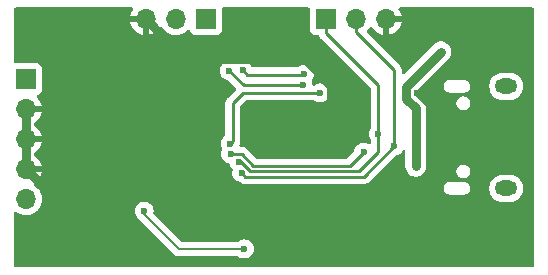
<source format=gbl>
%TF.GenerationSoftware,KiCad,Pcbnew,8.0.4*%
%TF.CreationDate,2025-01-04T18:23:54+00:00*%
%TF.ProjectId,ap3372s_usbpd,61703333-3732-4735-9f75-736270642e6b,rev?*%
%TF.SameCoordinates,Original*%
%TF.FileFunction,Copper,L2,Bot*%
%TF.FilePolarity,Positive*%
%FSLAX46Y46*%
G04 Gerber Fmt 4.6, Leading zero omitted, Abs format (unit mm)*
G04 Created by KiCad (PCBNEW 8.0.4) date 2025-01-04 18:23:54*
%MOMM*%
%LPD*%
G01*
G04 APERTURE LIST*
%TA.AperFunction,ComponentPad*%
%ADD10R,1.700000X1.700000*%
%TD*%
%TA.AperFunction,ComponentPad*%
%ADD11O,1.700000X1.700000*%
%TD*%
%TA.AperFunction,HeatsinkPad*%
%ADD12R,2.600000X2.600000*%
%TD*%
%TA.AperFunction,ComponentPad*%
%ADD13O,1.900000X1.300000*%
%TD*%
%TA.AperFunction,ViaPad*%
%ADD14C,0.600000*%
%TD*%
%TA.AperFunction,Conductor*%
%ADD15C,0.500000*%
%TD*%
%TA.AperFunction,Conductor*%
%ADD16C,0.750000*%
%TD*%
%TA.AperFunction,Conductor*%
%ADD17C,0.250000*%
%TD*%
%TA.AperFunction,Conductor*%
%ADD18C,0.200000*%
%TD*%
G04 APERTURE END LIST*
D10*
%TO.P,J11,1,Pin_1*%
%TO.N,/VOUT*%
X51500000Y-57080000D03*
D11*
%TO.P,J11,2,Pin_2*%
%TO.N,GND2*%
X51500000Y-59620000D03*
%TO.P,J11,3,Pin_3*%
X51500000Y-62160000D03*
%TO.P,J11,4,Pin_4*%
X51500000Y-64700000D03*
%TO.P,J11,5,Pin_5*%
%TO.N,/VOUT*%
X51500000Y-67240000D03*
%TD*%
D10*
%TO.P,J10,1,Pin_1*%
%TO.N,/SDA'*%
X66720000Y-52000000D03*
D11*
%TO.P,J10,2,Pin_2*%
%TO.N,/SCL'*%
X64180000Y-52000000D03*
%TO.P,J10,3,Pin_3*%
%TO.N,GND2*%
X61640000Y-52000000D03*
%TD*%
D10*
%TO.P,J9,1,Pin_1*%
%TO.N,/DN*%
X76880000Y-52000000D03*
D11*
%TO.P,J9,2,Pin_2*%
%TO.N,/DP*%
X79420000Y-52000000D03*
%TO.P,J9,3,Pin_3*%
%TO.N,GND2*%
X81960000Y-52000000D03*
%TD*%
D12*
%TO.P,U2,25,EP*%
%TO.N,GND2*%
X72500000Y-62000000D03*
%TD*%
D13*
%TO.P,J8,S1,SHIELD*%
%TO.N,unconnected-(J8-SHIELD-PadS1)_1*%
X92163500Y-66320000D03*
%TO.N,unconnected-(J8-SHIELD-PadS1)*%
X92163500Y-57680000D03*
%TD*%
D14*
%TO.N,GND2*%
X63720000Y-63150000D03*
X84595000Y-58285000D03*
X59830000Y-67650000D03*
X74180000Y-66460000D03*
X63730000Y-60340000D03*
X79190000Y-66460000D03*
X75000000Y-55300000D03*
X86840000Y-68130000D03*
X77010000Y-62060000D03*
X55010000Y-67420000D03*
X63730000Y-57570000D03*
X82590000Y-69050000D03*
%TO.N,Net-(J8-CC1)*%
X68820000Y-63410000D03*
X80080000Y-63260000D03*
%TO.N,/DN*%
X69500000Y-64050000D03*
X81330000Y-61730000D03*
%TO.N,/DP*%
X69760000Y-65010000D03*
X82670000Y-62750000D03*
%TO.N,Net-(J8-CC2)*%
X68780000Y-62530000D03*
X76420000Y-58240000D03*
%TO.N,/VBUS*%
X86610000Y-54760000D03*
X84500000Y-59550000D03*
X84500000Y-64460000D03*
%TO.N,/SCL'*%
X68690000Y-56350000D03*
X74940000Y-57550000D03*
%TO.N,/SDA'*%
X69830000Y-56300000D03*
X75055926Y-56664074D03*
%TO.N,/G*%
X61500000Y-68240000D03*
X69990000Y-71450000D03*
%TD*%
D15*
%TO.N,GND2*%
X84595000Y-58285000D02*
X86383500Y-60073500D01*
D16*
X63730000Y-54090000D02*
X61640000Y-52000000D01*
X54220000Y-67420000D02*
X51500000Y-64700000D01*
X77345000Y-57645000D02*
X75000000Y-55300000D01*
D15*
X86840000Y-68130000D02*
X83510000Y-68130000D01*
D16*
X63720000Y-60350000D02*
X63730000Y-60340000D01*
X63730000Y-57570000D02*
X63730000Y-55350000D01*
X61020000Y-66460000D02*
X59830000Y-67650000D01*
X79190000Y-66460000D02*
X74180000Y-66460000D01*
X63730000Y-55350000D02*
X74950000Y-55350000D01*
X55240000Y-67650000D02*
X55010000Y-67420000D01*
X82590000Y-69050000D02*
X80000000Y-66460000D01*
X59830000Y-67650000D02*
X55240000Y-67650000D01*
X61020000Y-65850000D02*
X63720000Y-63150000D01*
X63720000Y-63150000D02*
X63720000Y-60350000D01*
X77345000Y-61725000D02*
X77345000Y-57645000D01*
D15*
X83510000Y-68130000D02*
X82590000Y-69050000D01*
X86383500Y-67673500D02*
X86840000Y-68130000D01*
D16*
X63730000Y-60340000D02*
X63730000Y-57570000D01*
X61020000Y-66460000D02*
X61020000Y-65850000D01*
X55010000Y-67420000D02*
X54220000Y-67420000D01*
X51500000Y-64700000D02*
X51500000Y-59620000D01*
X80000000Y-66460000D02*
X79190000Y-66460000D01*
X77010000Y-62060000D02*
X77345000Y-61725000D01*
X63730000Y-55350000D02*
X63730000Y-54090000D01*
D15*
X86383500Y-60073500D02*
X86383500Y-67673500D01*
D16*
X74950000Y-55350000D02*
X75000000Y-55300000D01*
X72560000Y-62060000D02*
X72500000Y-62000000D01*
X77010000Y-62060000D02*
X72560000Y-62060000D01*
X74180000Y-66460000D02*
X61020000Y-66460000D01*
D17*
%TO.N,Net-(J8-CC1)*%
X78920000Y-64420000D02*
X80080000Y-63260000D01*
X69743884Y-63410000D02*
X70753884Y-64420000D01*
X68820000Y-63410000D02*
X69743884Y-63410000D01*
X70753884Y-64420000D02*
X78920000Y-64420000D01*
%TO.N,/DN*%
X79666116Y-64870000D02*
X70503884Y-64870000D01*
X76880000Y-53150000D02*
X76880000Y-52000000D01*
X81330000Y-57600000D02*
X76880000Y-53150000D01*
X81330000Y-61730000D02*
X81330000Y-57600000D01*
X81330000Y-61730000D02*
X81330000Y-63206116D01*
X70503884Y-64870000D02*
X69683884Y-64050000D01*
X81330000Y-63206116D02*
X79666116Y-64870000D01*
X69683884Y-64050000D02*
X69500000Y-64050000D01*
%TO.N,/DP*%
X69760000Y-65010000D02*
X70070000Y-65320000D01*
X70070000Y-65320000D02*
X80100000Y-65320000D01*
X79420000Y-53050000D02*
X79420000Y-52000000D01*
X82670000Y-62750000D02*
X82670000Y-56300000D01*
X82670000Y-56300000D02*
X79420000Y-53050000D01*
X80100000Y-65320000D02*
X82670000Y-62750000D01*
%TO.N,Net-(J8-CC2)*%
X68780000Y-62530000D02*
X68990000Y-62320000D01*
X68990000Y-62320000D02*
X68990000Y-59130000D01*
X76410000Y-58250000D02*
X76420000Y-58240000D01*
X69870000Y-58250000D02*
X76410000Y-58250000D01*
X68990000Y-59130000D02*
X69870000Y-58250000D01*
D16*
%TO.N,/VBUS*%
X84500000Y-59550000D02*
X83670000Y-58720000D01*
X83670000Y-58720000D02*
X83670000Y-57700000D01*
X84500000Y-59550000D02*
X84500000Y-64460000D01*
X83670000Y-57700000D02*
X86610000Y-54760000D01*
D17*
%TO.N,/SCL'*%
X74910000Y-57580000D02*
X69920000Y-57580000D01*
X69920000Y-57580000D02*
X68690000Y-56350000D01*
X74940000Y-57550000D02*
X74910000Y-57580000D01*
%TO.N,/SDA'*%
X70210000Y-56680000D02*
X69830000Y-56300000D01*
X75040000Y-56680000D02*
X70210000Y-56680000D01*
X75055926Y-56664074D02*
X75040000Y-56680000D01*
D18*
%TO.N,/G*%
X64460000Y-71480000D02*
X69960000Y-71480000D01*
X61500000Y-68520000D02*
X64460000Y-71480000D01*
X61500000Y-68240000D02*
X61500000Y-68520000D01*
X69960000Y-71480000D02*
X69990000Y-71450000D01*
%TD*%
%TA.AperFunction,Conductor*%
%TO.N,GND2*%
G36*
X60520999Y-51019685D02*
G01*
X60566754Y-51072489D01*
X60576698Y-51141647D01*
X60555535Y-51195123D01*
X60466400Y-51322420D01*
X60466399Y-51322422D01*
X60366570Y-51536507D01*
X60366567Y-51536513D01*
X60309364Y-51749999D01*
X60309364Y-51750000D01*
X61206988Y-51750000D01*
X61174075Y-51807007D01*
X61140000Y-51934174D01*
X61140000Y-52065826D01*
X61174075Y-52192993D01*
X61206988Y-52250000D01*
X60309364Y-52250000D01*
X60366567Y-52463486D01*
X60366570Y-52463492D01*
X60466399Y-52677578D01*
X60601894Y-52871082D01*
X60768917Y-53038105D01*
X60962421Y-53173600D01*
X61176507Y-53273429D01*
X61176516Y-53273433D01*
X61390000Y-53330634D01*
X61390000Y-52433012D01*
X61447007Y-52465925D01*
X61574174Y-52500000D01*
X61705826Y-52500000D01*
X61832993Y-52465925D01*
X61890000Y-52433012D01*
X61890000Y-53330633D01*
X62103483Y-53273433D01*
X62103492Y-53273429D01*
X62317578Y-53173600D01*
X62511082Y-53038105D01*
X62678105Y-52871082D01*
X62808119Y-52685405D01*
X62862696Y-52641781D01*
X62932195Y-52634588D01*
X62994549Y-52666110D01*
X63011269Y-52685405D01*
X63141505Y-52871401D01*
X63308599Y-53038495D01*
X63405384Y-53106265D01*
X63502165Y-53174032D01*
X63502167Y-53174033D01*
X63502170Y-53174035D01*
X63716337Y-53273903D01*
X63944592Y-53335063D01*
X64121034Y-53350500D01*
X64179999Y-53355659D01*
X64180000Y-53355659D01*
X64180001Y-53355659D01*
X64238966Y-53350500D01*
X64415408Y-53335063D01*
X64643663Y-53273903D01*
X64857830Y-53174035D01*
X65051401Y-53038495D01*
X65173329Y-52916566D01*
X65234648Y-52883084D01*
X65304340Y-52888068D01*
X65360274Y-52929939D01*
X65377189Y-52960917D01*
X65426202Y-53092328D01*
X65426206Y-53092335D01*
X65512452Y-53207544D01*
X65512455Y-53207547D01*
X65627664Y-53293793D01*
X65627671Y-53293797D01*
X65762517Y-53344091D01*
X65762516Y-53344091D01*
X65769444Y-53344835D01*
X65822127Y-53350500D01*
X67617872Y-53350499D01*
X67677483Y-53344091D01*
X67812331Y-53293796D01*
X67927546Y-53207546D01*
X68013796Y-53092331D01*
X68064091Y-52957483D01*
X68070500Y-52897873D01*
X68070499Y-51123999D01*
X68090184Y-51056961D01*
X68142987Y-51011206D01*
X68194499Y-51000000D01*
X75405500Y-51000000D01*
X75472539Y-51019685D01*
X75518294Y-51072489D01*
X75529500Y-51124000D01*
X75529500Y-52897870D01*
X75529501Y-52897876D01*
X75535908Y-52957483D01*
X75586202Y-53092328D01*
X75586206Y-53092335D01*
X75672452Y-53207544D01*
X75672455Y-53207547D01*
X75787664Y-53293793D01*
X75787671Y-53293797D01*
X75832618Y-53310561D01*
X75922517Y-53344091D01*
X75982127Y-53350500D01*
X76203157Y-53350499D01*
X76270197Y-53370183D01*
X76315952Y-53422987D01*
X76317719Y-53427047D01*
X76325685Y-53446280D01*
X76325690Y-53446289D01*
X76359914Y-53497507D01*
X76359915Y-53497509D01*
X76394140Y-53548731D01*
X76394141Y-53548732D01*
X76394142Y-53548733D01*
X76481267Y-53635858D01*
X76481268Y-53635858D01*
X76488335Y-53642925D01*
X76488334Y-53642925D01*
X76488338Y-53642928D01*
X80668181Y-57822771D01*
X80701666Y-57884094D01*
X80704500Y-57910452D01*
X80704500Y-61185145D01*
X80685494Y-61251117D01*
X80604211Y-61380476D01*
X80544631Y-61550745D01*
X80544630Y-61550750D01*
X80524435Y-61729996D01*
X80524435Y-61730003D01*
X80544630Y-61909249D01*
X80544631Y-61909254D01*
X80604211Y-62079524D01*
X80685493Y-62208881D01*
X80704500Y-62274854D01*
X80704500Y-62482629D01*
X80684815Y-62549668D01*
X80632011Y-62595423D01*
X80562853Y-62605367D01*
X80514528Y-62587623D01*
X80429523Y-62534211D01*
X80259254Y-62474631D01*
X80259249Y-62474630D01*
X80080004Y-62454435D01*
X80079996Y-62454435D01*
X79900750Y-62474630D01*
X79900745Y-62474631D01*
X79730476Y-62534211D01*
X79577737Y-62630184D01*
X79450184Y-62757737D01*
X79354210Y-62910478D01*
X79294630Y-63080750D01*
X79289326Y-63127825D01*
X79262258Y-63192238D01*
X79253787Y-63201620D01*
X78697229Y-63758181D01*
X78635906Y-63791666D01*
X78609548Y-63794500D01*
X71064337Y-63794500D01*
X70997298Y-63774815D01*
X70976656Y-63758181D01*
X70236812Y-63018338D01*
X70236809Y-63018334D01*
X70236809Y-63018335D01*
X70229743Y-63011269D01*
X70229742Y-63011267D01*
X70142617Y-62924142D01*
X70142613Y-62924139D01*
X70142612Y-62924138D01*
X70068042Y-62874312D01*
X70068040Y-62874310D01*
X70068040Y-62874311D01*
X70040169Y-62855687D01*
X69996448Y-62837578D01*
X69959676Y-62822347D01*
X69926337Y-62808537D01*
X69916311Y-62806543D01*
X69865913Y-62796518D01*
X69805494Y-62784500D01*
X69805491Y-62784500D01*
X69805490Y-62784500D01*
X69695646Y-62784500D01*
X69628607Y-62764815D01*
X69582852Y-62712011D01*
X69572426Y-62646617D01*
X69585749Y-62528369D01*
X69590311Y-62506247D01*
X69591459Y-62502459D01*
X69591463Y-62502451D01*
X69596997Y-62474632D01*
X69615500Y-62381606D01*
X69615500Y-59440452D01*
X69635185Y-59373413D01*
X69651819Y-59352771D01*
X70092771Y-58911819D01*
X70154094Y-58878334D01*
X70180452Y-58875500D01*
X75891060Y-58875500D01*
X75957032Y-58894506D01*
X76033289Y-58942422D01*
X76070478Y-58965789D01*
X76145102Y-58991901D01*
X76240745Y-59025368D01*
X76240750Y-59025369D01*
X76419996Y-59045565D01*
X76420000Y-59045565D01*
X76420004Y-59045565D01*
X76599249Y-59025369D01*
X76599252Y-59025368D01*
X76599255Y-59025368D01*
X76769522Y-58965789D01*
X76922262Y-58869816D01*
X77049816Y-58742262D01*
X77145789Y-58589522D01*
X77205368Y-58419255D01*
X77210490Y-58373796D01*
X77225565Y-58240003D01*
X77225565Y-58239996D01*
X77205369Y-58060750D01*
X77205368Y-58060745D01*
X77166410Y-57949409D01*
X77145789Y-57890478D01*
X77049816Y-57737738D01*
X76922262Y-57610184D01*
X76907444Y-57600873D01*
X76769523Y-57514211D01*
X76599254Y-57454631D01*
X76599249Y-57454630D01*
X76420004Y-57434435D01*
X76419996Y-57434435D01*
X76240750Y-57454630D01*
X76240745Y-57454631D01*
X76070476Y-57514211D01*
X75930378Y-57602241D01*
X75863141Y-57621241D01*
X75796306Y-57600873D01*
X75751092Y-57547605D01*
X75741186Y-57511130D01*
X75725369Y-57370750D01*
X75725366Y-57370737D01*
X75684976Y-57255309D01*
X75681414Y-57185530D01*
X75697023Y-57148382D01*
X75701868Y-57140671D01*
X75781715Y-57013596D01*
X75841294Y-56843329D01*
X75842080Y-56836356D01*
X75861491Y-56664077D01*
X75861491Y-56664070D01*
X75841295Y-56484824D01*
X75841294Y-56484819D01*
X75781714Y-56314550D01*
X75685741Y-56161811D01*
X75558188Y-56034258D01*
X75405449Y-55938285D01*
X75235180Y-55878705D01*
X75235175Y-55878704D01*
X75055930Y-55858509D01*
X75055922Y-55858509D01*
X74876676Y-55878704D01*
X74876671Y-55878705D01*
X74706402Y-55938285D01*
X74551697Y-56035494D01*
X74485725Y-56054500D01*
X70680171Y-56054500D01*
X70613132Y-56034815D01*
X70567377Y-55982011D01*
X70563129Y-55971454D01*
X70555789Y-55950478D01*
X70524866Y-55901264D01*
X70459816Y-55797738D01*
X70332262Y-55670184D01*
X70311297Y-55657011D01*
X70179523Y-55574211D01*
X70009254Y-55514631D01*
X70009249Y-55514630D01*
X69830004Y-55494435D01*
X69829996Y-55494435D01*
X69650750Y-55514630D01*
X69650745Y-55514631D01*
X69480476Y-55574211D01*
X69327739Y-55670183D01*
X69314676Y-55683246D01*
X69253352Y-55716729D01*
X69183660Y-55711743D01*
X69161025Y-55700556D01*
X69039523Y-55624211D01*
X68869254Y-55564631D01*
X68869249Y-55564630D01*
X68690004Y-55544435D01*
X68689996Y-55544435D01*
X68510750Y-55564630D01*
X68510745Y-55564631D01*
X68340476Y-55624211D01*
X68187737Y-55720184D01*
X68060184Y-55847737D01*
X67964211Y-56000476D01*
X67904631Y-56170745D01*
X67904630Y-56170750D01*
X67884435Y-56349996D01*
X67884435Y-56350003D01*
X67904630Y-56529249D01*
X67904631Y-56529254D01*
X67964211Y-56699523D01*
X68028879Y-56802441D01*
X68060184Y-56852262D01*
X68187738Y-56979816D01*
X68340478Y-57075789D01*
X68510745Y-57135368D01*
X68557823Y-57140672D01*
X68622236Y-57167737D01*
X68631620Y-57176210D01*
X69257729Y-57802319D01*
X69291213Y-57863641D01*
X69286229Y-57933333D01*
X69257728Y-57977680D01*
X68903057Y-58332352D01*
X68591270Y-58644139D01*
X68591267Y-58644142D01*
X68547703Y-58687705D01*
X68504140Y-58731268D01*
X68475496Y-58774139D01*
X68475494Y-58774142D01*
X68456766Y-58802170D01*
X68435687Y-58833715D01*
X68435685Y-58833718D01*
X68412166Y-58890499D01*
X68412167Y-58890500D01*
X68392781Y-58937304D01*
X68388537Y-58947549D01*
X68369042Y-59045565D01*
X68368610Y-59047735D01*
X68368609Y-59047740D01*
X68364500Y-59068394D01*
X68364500Y-61777134D01*
X68344815Y-61844173D01*
X68306474Y-61882127D01*
X68277738Y-61900183D01*
X68150184Y-62027737D01*
X68054211Y-62180476D01*
X67994631Y-62350745D01*
X67994630Y-62350750D01*
X67974435Y-62529996D01*
X67974435Y-62530003D01*
X67994630Y-62709249D01*
X67994631Y-62709254D01*
X68054211Y-62879523D01*
X68089727Y-62936046D01*
X68108727Y-63003283D01*
X68096457Y-63055811D01*
X68094211Y-63060474D01*
X68034633Y-63230737D01*
X68034630Y-63230750D01*
X68014435Y-63409996D01*
X68014435Y-63410003D01*
X68034630Y-63589249D01*
X68034631Y-63589254D01*
X68094211Y-63759523D01*
X68137820Y-63828926D01*
X68190184Y-63912262D01*
X68317738Y-64039816D01*
X68470478Y-64135789D01*
X68640745Y-64195368D01*
X68640746Y-64195368D01*
X68641340Y-64195504D01*
X68641684Y-64195696D01*
X68647318Y-64197668D01*
X68646972Y-64198654D01*
X68702319Y-64229611D01*
X68730792Y-64275441D01*
X68774209Y-64399519D01*
X68774211Y-64399522D01*
X68870184Y-64552262D01*
X68952096Y-64634174D01*
X68964650Y-64646728D01*
X68998134Y-64708052D01*
X68994010Y-64775362D01*
X68974631Y-64830745D01*
X68974631Y-64830746D01*
X68954435Y-65009996D01*
X68954435Y-65010003D01*
X68974630Y-65189249D01*
X68974631Y-65189254D01*
X69034211Y-65359523D01*
X69086315Y-65442445D01*
X69130184Y-65512262D01*
X69257738Y-65639816D01*
X69348080Y-65696582D01*
X69383333Y-65718733D01*
X69410478Y-65735789D01*
X69580745Y-65795368D01*
X69640796Y-65802133D01*
X69695801Y-65822251D01*
X69773708Y-65874307D01*
X69773716Y-65874312D01*
X69786224Y-65879493D01*
X69887548Y-65921463D01*
X69947971Y-65933481D01*
X70008393Y-65945500D01*
X80161607Y-65945500D01*
X80222029Y-65933481D01*
X80282452Y-65921463D01*
X80322349Y-65904937D01*
X80396286Y-65874312D01*
X80447509Y-65840084D01*
X80498733Y-65805858D01*
X80585858Y-65718733D01*
X80585859Y-65718731D01*
X80592925Y-65711665D01*
X80592928Y-65711661D01*
X82728379Y-63576209D01*
X82789700Y-63542726D01*
X82802156Y-63540674D01*
X82849255Y-63535368D01*
X83019522Y-63475789D01*
X83172262Y-63379816D01*
X83299816Y-63252262D01*
X83395506Y-63099971D01*
X83447841Y-63053681D01*
X83516894Y-63043033D01*
X83580743Y-63071408D01*
X83619115Y-63129798D01*
X83624500Y-63165944D01*
X83624500Y-64546233D01*
X83658143Y-64715366D01*
X83658146Y-64715378D01*
X83724138Y-64874698D01*
X83724145Y-64874711D01*
X83819954Y-65018098D01*
X83819957Y-65018102D01*
X83941897Y-65140042D01*
X83941901Y-65140045D01*
X84085288Y-65235854D01*
X84085301Y-65235861D01*
X84244621Y-65301853D01*
X84244626Y-65301855D01*
X84413766Y-65335499D01*
X84413769Y-65335500D01*
X84413771Y-65335500D01*
X84586231Y-65335500D01*
X84586232Y-65335499D01*
X84755374Y-65301855D01*
X84896577Y-65243367D01*
X84914698Y-65235861D01*
X84914698Y-65235860D01*
X84914705Y-65235858D01*
X85058099Y-65140045D01*
X85180045Y-65018099D01*
X85275858Y-64874705D01*
X85300906Y-64814234D01*
X87938000Y-64814234D01*
X87938000Y-64965765D01*
X87977219Y-65112136D01*
X87993331Y-65140042D01*
X88052985Y-65243365D01*
X88160135Y-65350515D01*
X88291365Y-65426281D01*
X88437734Y-65465500D01*
X88437736Y-65465500D01*
X88589264Y-65465500D01*
X88589266Y-65465500D01*
X88735635Y-65426281D01*
X88866865Y-65350515D01*
X88974015Y-65243365D01*
X89049781Y-65112135D01*
X89089000Y-64965766D01*
X89089000Y-64814234D01*
X89049781Y-64667865D01*
X88974015Y-64536635D01*
X88866865Y-64429485D01*
X88801250Y-64391602D01*
X88735636Y-64353719D01*
X88662450Y-64334109D01*
X88589266Y-64314500D01*
X88437734Y-64314500D01*
X88291363Y-64353719D01*
X88160135Y-64429485D01*
X88160132Y-64429487D01*
X88052987Y-64536632D01*
X88052985Y-64536635D01*
X87977219Y-64667863D01*
X87938000Y-64814234D01*
X85300906Y-64814234D01*
X85341855Y-64715374D01*
X85375500Y-64546229D01*
X85375500Y-59463771D01*
X85375500Y-59463768D01*
X85375499Y-59463766D01*
X85359077Y-59381206D01*
X85341855Y-59294626D01*
X85296764Y-59185766D01*
X85275861Y-59135301D01*
X85275854Y-59135288D01*
X85208331Y-59034234D01*
X87938000Y-59034234D01*
X87938000Y-59185765D01*
X87977219Y-59332136D01*
X87989133Y-59352771D01*
X88052985Y-59463365D01*
X88160135Y-59570515D01*
X88291365Y-59646281D01*
X88437734Y-59685500D01*
X88437736Y-59685500D01*
X88589264Y-59685500D01*
X88589266Y-59685500D01*
X88735635Y-59646281D01*
X88866865Y-59570515D01*
X88974015Y-59463365D01*
X89049781Y-59332135D01*
X89089000Y-59185766D01*
X89089000Y-59034234D01*
X89049781Y-58887865D01*
X88974015Y-58756635D01*
X88866865Y-58649485D01*
X88801250Y-58611602D01*
X88735636Y-58573719D01*
X88662450Y-58554109D01*
X88589266Y-58534500D01*
X88437734Y-58534500D01*
X88291363Y-58573719D01*
X88160135Y-58649485D01*
X88160132Y-58649487D01*
X88052987Y-58756632D01*
X88052985Y-58756635D01*
X87977219Y-58887863D01*
X87938000Y-59034234D01*
X85208331Y-59034234D01*
X85180046Y-58991902D01*
X85125443Y-58937299D01*
X85058099Y-58869955D01*
X84581819Y-58393675D01*
X84548334Y-58332352D01*
X84545500Y-58305994D01*
X84545500Y-58114006D01*
X84565185Y-58046967D01*
X84581819Y-58026325D01*
X85000619Y-57607525D01*
X86883000Y-57607525D01*
X86883000Y-57752475D01*
X86918268Y-57884094D01*
X86920517Y-57892488D01*
X86992988Y-58018011D01*
X86992990Y-58018013D01*
X86992991Y-58018015D01*
X87095485Y-58120509D01*
X87095486Y-58120510D01*
X87095488Y-58120511D01*
X87221011Y-58192982D01*
X87221012Y-58192982D01*
X87221015Y-58192984D01*
X87361025Y-58230500D01*
X87361028Y-58230500D01*
X88605972Y-58230500D01*
X88605975Y-58230500D01*
X88745985Y-58192984D01*
X88871515Y-58120509D01*
X88974009Y-58018015D01*
X89046484Y-57892485D01*
X89084000Y-57752475D01*
X89084000Y-57607525D01*
X89079156Y-57589448D01*
X90713000Y-57589448D01*
X90713000Y-57770551D01*
X90741329Y-57949410D01*
X90797287Y-58121636D01*
X90797288Y-58121639D01*
X90879506Y-58282997D01*
X90985941Y-58429494D01*
X90985945Y-58429499D01*
X91114000Y-58557554D01*
X91114005Y-58557558D01*
X91240533Y-58649485D01*
X91260506Y-58663996D01*
X91365984Y-58717740D01*
X91421860Y-58746211D01*
X91421863Y-58746212D01*
X91453943Y-58756635D01*
X91594091Y-58802171D01*
X91676929Y-58815291D01*
X91772949Y-58830500D01*
X91772954Y-58830500D01*
X92554051Y-58830500D01*
X92640759Y-58816765D01*
X92732909Y-58802171D01*
X92905139Y-58746211D01*
X93066494Y-58663996D01*
X93213001Y-58557553D01*
X93341053Y-58429501D01*
X93447496Y-58282994D01*
X93529711Y-58121639D01*
X93585671Y-57949409D01*
X93600265Y-57857259D01*
X93614000Y-57770551D01*
X93614000Y-57589448D01*
X93592646Y-57454630D01*
X93585671Y-57410591D01*
X93530078Y-57239491D01*
X93529712Y-57238363D01*
X93529711Y-57238360D01*
X93477233Y-57135368D01*
X93447496Y-57077006D01*
X93376883Y-56979815D01*
X93341058Y-56930505D01*
X93341054Y-56930500D01*
X93212999Y-56802445D01*
X93212994Y-56802441D01*
X93066497Y-56696006D01*
X93066496Y-56696005D01*
X93066494Y-56696004D01*
X93003828Y-56664074D01*
X92905139Y-56613788D01*
X92905136Y-56613787D01*
X92732910Y-56557829D01*
X92554051Y-56529500D01*
X92554046Y-56529500D01*
X91772954Y-56529500D01*
X91772949Y-56529500D01*
X91594089Y-56557829D01*
X91421863Y-56613787D01*
X91421860Y-56613788D01*
X91260502Y-56696006D01*
X91114005Y-56802441D01*
X91114000Y-56802445D01*
X90985945Y-56930500D01*
X90985941Y-56930505D01*
X90879506Y-57077002D01*
X90797288Y-57238360D01*
X90797287Y-57238363D01*
X90741329Y-57410589D01*
X90713000Y-57589448D01*
X89079156Y-57589448D01*
X89046484Y-57467515D01*
X89039045Y-57454631D01*
X88974011Y-57341988D01*
X88974006Y-57341982D01*
X88871517Y-57239493D01*
X88871511Y-57239488D01*
X88745988Y-57167017D01*
X88745989Y-57167017D01*
X88734506Y-57163940D01*
X88605975Y-57129500D01*
X87361025Y-57129500D01*
X87232493Y-57163940D01*
X87221011Y-57167017D01*
X87095488Y-57239488D01*
X87095482Y-57239493D01*
X86992993Y-57341982D01*
X86992988Y-57341988D01*
X86920517Y-57467511D01*
X86920516Y-57467515D01*
X86883000Y-57607525D01*
X85000619Y-57607525D01*
X87290042Y-55318102D01*
X87290045Y-55318099D01*
X87385858Y-55174705D01*
X87451855Y-55015374D01*
X87485500Y-54846229D01*
X87485500Y-54673771D01*
X87485500Y-54673768D01*
X87485499Y-54673766D01*
X87451856Y-54504633D01*
X87451855Y-54504626D01*
X87451853Y-54504621D01*
X87385861Y-54345301D01*
X87385854Y-54345288D01*
X87290045Y-54201901D01*
X87290042Y-54201897D01*
X87168102Y-54079957D01*
X87168098Y-54079954D01*
X87024711Y-53984145D01*
X87024698Y-53984138D01*
X86865378Y-53918146D01*
X86865366Y-53918143D01*
X86696232Y-53884500D01*
X86696229Y-53884500D01*
X86523771Y-53884500D01*
X86523768Y-53884500D01*
X86354633Y-53918143D01*
X86354621Y-53918146D01*
X86195301Y-53984138D01*
X86195288Y-53984145D01*
X86051901Y-54079954D01*
X86051897Y-54079957D01*
X83507181Y-56624674D01*
X83445858Y-56658159D01*
X83376166Y-56653175D01*
X83320233Y-56611303D01*
X83295816Y-56545839D01*
X83295500Y-56536993D01*
X83295500Y-56238393D01*
X83295499Y-56238389D01*
X83271463Y-56117548D01*
X83248707Y-56062611D01*
X83224312Y-56003714D01*
X83188740Y-55950478D01*
X83155858Y-55901267D01*
X83155856Y-55901264D01*
X83065637Y-55811045D01*
X83065606Y-55811016D01*
X80379924Y-53125334D01*
X80346439Y-53064011D01*
X80351423Y-52994319D01*
X80379924Y-52949972D01*
X80413327Y-52916569D01*
X80458495Y-52871401D01*
X80588730Y-52685405D01*
X80643307Y-52641781D01*
X80712805Y-52634587D01*
X80775160Y-52666110D01*
X80791879Y-52685405D01*
X80921890Y-52871078D01*
X81088917Y-53038105D01*
X81282421Y-53173600D01*
X81496507Y-53273429D01*
X81496516Y-53273433D01*
X81710000Y-53330634D01*
X81710000Y-52433012D01*
X81767007Y-52465925D01*
X81894174Y-52500000D01*
X82025826Y-52500000D01*
X82152993Y-52465925D01*
X82210000Y-52433012D01*
X82210000Y-53330633D01*
X82423483Y-53273433D01*
X82423492Y-53273429D01*
X82637578Y-53173600D01*
X82831082Y-53038105D01*
X82998105Y-52871082D01*
X83133600Y-52677578D01*
X83233429Y-52463492D01*
X83233432Y-52463486D01*
X83290636Y-52250000D01*
X82393012Y-52250000D01*
X82425925Y-52192993D01*
X82460000Y-52065826D01*
X82460000Y-51934174D01*
X82425925Y-51807007D01*
X82393012Y-51750000D01*
X83290636Y-51750000D01*
X83290635Y-51749999D01*
X83233432Y-51536513D01*
X83233429Y-51536507D01*
X83133600Y-51322422D01*
X83133599Y-51322420D01*
X83044465Y-51195123D01*
X83022138Y-51128917D01*
X83039148Y-51061150D01*
X83090096Y-51013337D01*
X83146040Y-51000000D01*
X94375500Y-51000000D01*
X94442539Y-51019685D01*
X94488294Y-51072489D01*
X94499500Y-51124000D01*
X94499500Y-72876000D01*
X94479815Y-72943039D01*
X94427011Y-72988794D01*
X94375500Y-73000000D01*
X50624500Y-73000000D01*
X50557461Y-72980315D01*
X50511706Y-72927511D01*
X50500500Y-72876000D01*
X50500500Y-68427001D01*
X50520185Y-68359962D01*
X50572989Y-68314207D01*
X50642147Y-68304263D01*
X50695622Y-68325425D01*
X50822170Y-68414035D01*
X51036337Y-68513903D01*
X51264592Y-68575063D01*
X51429867Y-68589523D01*
X51499999Y-68595659D01*
X51500000Y-68595659D01*
X51500001Y-68595659D01*
X51539234Y-68592226D01*
X51735408Y-68575063D01*
X51963663Y-68513903D01*
X52177830Y-68414035D01*
X52371401Y-68278495D01*
X52409900Y-68239996D01*
X60694435Y-68239996D01*
X60694435Y-68240003D01*
X60714630Y-68419249D01*
X60714631Y-68419254D01*
X60774211Y-68589523D01*
X60778067Y-68595659D01*
X60870184Y-68742262D01*
X60997738Y-68869816D01*
X60997741Y-68869818D01*
X61003182Y-68874157D01*
X61002836Y-68874589D01*
X61015261Y-68884497D01*
X61019479Y-68888715D01*
X61019480Y-68888716D01*
X61131284Y-69000520D01*
X61131285Y-69000520D01*
X61138352Y-69007587D01*
X61138351Y-69007587D01*
X61138355Y-69007590D01*
X63975139Y-71844374D01*
X63975149Y-71844385D01*
X63979479Y-71848715D01*
X63979480Y-71848716D01*
X64091284Y-71960520D01*
X64178095Y-72010639D01*
X64178097Y-72010641D01*
X64216151Y-72032611D01*
X64228215Y-72039577D01*
X64380943Y-72080500D01*
X64539057Y-72080500D01*
X69453103Y-72080500D01*
X69519074Y-72099505D01*
X69640478Y-72175789D01*
X69810745Y-72235368D01*
X69810750Y-72235369D01*
X69989996Y-72255565D01*
X69990000Y-72255565D01*
X69990004Y-72255565D01*
X70169249Y-72235369D01*
X70169252Y-72235368D01*
X70169255Y-72235368D01*
X70339522Y-72175789D01*
X70492262Y-72079816D01*
X70619816Y-71952262D01*
X70715789Y-71799522D01*
X70775368Y-71629255D01*
X70795565Y-71450000D01*
X70775368Y-71270745D01*
X70715789Y-71100478D01*
X70619816Y-70947738D01*
X70492262Y-70820184D01*
X70339523Y-70724211D01*
X70169254Y-70664631D01*
X70169249Y-70664630D01*
X69990004Y-70644435D01*
X69989996Y-70644435D01*
X69810750Y-70664630D01*
X69810745Y-70664631D01*
X69640476Y-70724211D01*
X69487737Y-70820184D01*
X69464741Y-70843181D01*
X69403418Y-70876666D01*
X69377060Y-70879500D01*
X64760097Y-70879500D01*
X64693058Y-70859815D01*
X64672416Y-70843181D01*
X62323859Y-68494624D01*
X62290374Y-68433301D01*
X62288320Y-68393060D01*
X62305565Y-68240003D01*
X62305565Y-68239996D01*
X62285369Y-68060750D01*
X62285368Y-68060745D01*
X62225788Y-67890476D01*
X62129815Y-67737737D01*
X62002262Y-67610184D01*
X61849523Y-67514211D01*
X61679254Y-67454631D01*
X61679249Y-67454630D01*
X61500004Y-67434435D01*
X61499996Y-67434435D01*
X61320750Y-67454630D01*
X61320745Y-67454631D01*
X61150476Y-67514211D01*
X60997737Y-67610184D01*
X60870184Y-67737737D01*
X60774211Y-67890476D01*
X60714631Y-68060745D01*
X60714630Y-68060750D01*
X60694435Y-68239996D01*
X52409900Y-68239996D01*
X52538495Y-68111401D01*
X52674035Y-67917830D01*
X52773903Y-67703663D01*
X52835063Y-67475408D01*
X52855659Y-67240000D01*
X52835063Y-67004592D01*
X52773903Y-66776337D01*
X52674035Y-66562171D01*
X52567867Y-66410546D01*
X52538494Y-66368597D01*
X52417421Y-66247525D01*
X86883000Y-66247525D01*
X86883000Y-66392475D01*
X86887844Y-66410551D01*
X86920517Y-66532488D01*
X86992988Y-66658011D01*
X86992990Y-66658013D01*
X86992991Y-66658015D01*
X87095485Y-66760509D01*
X87095486Y-66760510D01*
X87095488Y-66760511D01*
X87221011Y-66832982D01*
X87221012Y-66832982D01*
X87221015Y-66832984D01*
X87361025Y-66870500D01*
X87361028Y-66870500D01*
X88605972Y-66870500D01*
X88605975Y-66870500D01*
X88745985Y-66832984D01*
X88871515Y-66760509D01*
X88974009Y-66658015D01*
X89046484Y-66532485D01*
X89084000Y-66392475D01*
X89084000Y-66247525D01*
X89079156Y-66229448D01*
X90713000Y-66229448D01*
X90713000Y-66410551D01*
X90741329Y-66589410D01*
X90797287Y-66761636D01*
X90797288Y-66761639D01*
X90879506Y-66922997D01*
X90985941Y-67069494D01*
X90985945Y-67069499D01*
X91114000Y-67197554D01*
X91114005Y-67197558D01*
X91241787Y-67290396D01*
X91260506Y-67303996D01*
X91365984Y-67357740D01*
X91421860Y-67386211D01*
X91421863Y-67386212D01*
X91507976Y-67414191D01*
X91594091Y-67442171D01*
X91672761Y-67454631D01*
X91772949Y-67470500D01*
X91772954Y-67470500D01*
X92554051Y-67470500D01*
X92640759Y-67456765D01*
X92732909Y-67442171D01*
X92905139Y-67386211D01*
X93066494Y-67303996D01*
X93213001Y-67197553D01*
X93341053Y-67069501D01*
X93447496Y-66922994D01*
X93529711Y-66761639D01*
X93585671Y-66589409D01*
X93600265Y-66497259D01*
X93614000Y-66410551D01*
X93614000Y-66229448D01*
X93588946Y-66071269D01*
X93585671Y-66050591D01*
X93552076Y-65947193D01*
X93529712Y-65878363D01*
X93529711Y-65878360D01*
X93493359Y-65807016D01*
X93447496Y-65717006D01*
X93433896Y-65698287D01*
X93341058Y-65570505D01*
X93341054Y-65570500D01*
X93212999Y-65442445D01*
X93212994Y-65442441D01*
X93066497Y-65336006D01*
X93066496Y-65336005D01*
X93066494Y-65336004D01*
X92999475Y-65301856D01*
X92905139Y-65253788D01*
X92905136Y-65253787D01*
X92732910Y-65197829D01*
X92554051Y-65169500D01*
X92554046Y-65169500D01*
X91772954Y-65169500D01*
X91772949Y-65169500D01*
X91594089Y-65197829D01*
X91421863Y-65253787D01*
X91421860Y-65253788D01*
X91260502Y-65336006D01*
X91114005Y-65442441D01*
X91114000Y-65442445D01*
X90985945Y-65570500D01*
X90985941Y-65570505D01*
X90879506Y-65717002D01*
X90797288Y-65878360D01*
X90797287Y-65878363D01*
X90741329Y-66050589D01*
X90713000Y-66229448D01*
X89079156Y-66229448D01*
X89046484Y-66107515D01*
X89025557Y-66071269D01*
X88974011Y-65981988D01*
X88974006Y-65981982D01*
X88871517Y-65879493D01*
X88871511Y-65879488D01*
X88745988Y-65807017D01*
X88745989Y-65807017D01*
X88727758Y-65802132D01*
X88605975Y-65769500D01*
X87361025Y-65769500D01*
X87239242Y-65802132D01*
X87221011Y-65807017D01*
X87095488Y-65879488D01*
X87095482Y-65879493D01*
X86992993Y-65981982D01*
X86992988Y-65981988D01*
X86920517Y-66107511D01*
X86920516Y-66107515D01*
X86883000Y-66247525D01*
X52417421Y-66247525D01*
X52371402Y-66201506D01*
X52371401Y-66201505D01*
X52185405Y-66071269D01*
X52141781Y-66016692D01*
X52134588Y-65947193D01*
X52166110Y-65884839D01*
X52185405Y-65868119D01*
X52371082Y-65738105D01*
X52538105Y-65571082D01*
X52673600Y-65377578D01*
X52773429Y-65163492D01*
X52773432Y-65163486D01*
X52830636Y-64950000D01*
X51933012Y-64950000D01*
X51965925Y-64892993D01*
X52000000Y-64765826D01*
X52000000Y-64634174D01*
X51965925Y-64507007D01*
X51933012Y-64450000D01*
X52830636Y-64450000D01*
X52830635Y-64449999D01*
X52773432Y-64236513D01*
X52773429Y-64236507D01*
X52673600Y-64022422D01*
X52673599Y-64022420D01*
X52538113Y-63828926D01*
X52538108Y-63828920D01*
X52371082Y-63661894D01*
X52184968Y-63531575D01*
X52141344Y-63476998D01*
X52134151Y-63407499D01*
X52165673Y-63345145D01*
X52184968Y-63328425D01*
X52371082Y-63198105D01*
X52538105Y-63031082D01*
X52673600Y-62837578D01*
X52773429Y-62623492D01*
X52773432Y-62623486D01*
X52830636Y-62410000D01*
X51933012Y-62410000D01*
X51965925Y-62352993D01*
X52000000Y-62225826D01*
X52000000Y-62094174D01*
X51965925Y-61967007D01*
X51933012Y-61910000D01*
X52830636Y-61910000D01*
X52830635Y-61909999D01*
X52773432Y-61696513D01*
X52773429Y-61696507D01*
X52673600Y-61482422D01*
X52673599Y-61482420D01*
X52538113Y-61288926D01*
X52538108Y-61288920D01*
X52371082Y-61121894D01*
X52184968Y-60991575D01*
X52141344Y-60936998D01*
X52134151Y-60867499D01*
X52165673Y-60805145D01*
X52184968Y-60788425D01*
X52371082Y-60658105D01*
X52538105Y-60491082D01*
X52673600Y-60297578D01*
X52773429Y-60083492D01*
X52773432Y-60083486D01*
X52830636Y-59870000D01*
X51933012Y-59870000D01*
X51965925Y-59812993D01*
X52000000Y-59685826D01*
X52000000Y-59554174D01*
X51965925Y-59427007D01*
X51933012Y-59370000D01*
X52830636Y-59370000D01*
X52830635Y-59369999D01*
X52773432Y-59156513D01*
X52773429Y-59156507D01*
X52673600Y-58942422D01*
X52673599Y-58942420D01*
X52538113Y-58748926D01*
X52538108Y-58748920D01*
X52416053Y-58626865D01*
X52382568Y-58565542D01*
X52387552Y-58495850D01*
X52429424Y-58439917D01*
X52460400Y-58423002D01*
X52592331Y-58373796D01*
X52707546Y-58287546D01*
X52793796Y-58172331D01*
X52844091Y-58037483D01*
X52850500Y-57977873D01*
X52850499Y-56182128D01*
X52844091Y-56122517D01*
X52842240Y-56117555D01*
X52793797Y-55987671D01*
X52793793Y-55987664D01*
X52707547Y-55872455D01*
X52707544Y-55872452D01*
X52592335Y-55786206D01*
X52592328Y-55786202D01*
X52457482Y-55735908D01*
X52457483Y-55735908D01*
X52397883Y-55729501D01*
X52397881Y-55729500D01*
X52397873Y-55729500D01*
X52397865Y-55729500D01*
X50624500Y-55729500D01*
X50557461Y-55709815D01*
X50511706Y-55657011D01*
X50500500Y-55605500D01*
X50500500Y-51124000D01*
X50520185Y-51056961D01*
X50572989Y-51011206D01*
X50624500Y-51000000D01*
X60453960Y-51000000D01*
X60520999Y-51019685D01*
G37*
%TD.AperFunction*%
%TA.AperFunction,Conductor*%
G36*
X51750000Y-64266988D02*
G01*
X51692993Y-64234075D01*
X51565826Y-64200000D01*
X51434174Y-64200000D01*
X51307007Y-64234075D01*
X51250000Y-64266988D01*
X51250000Y-62593012D01*
X51307007Y-62625925D01*
X51434174Y-62660000D01*
X51565826Y-62660000D01*
X51692993Y-62625925D01*
X51750000Y-62593012D01*
X51750000Y-64266988D01*
G37*
%TD.AperFunction*%
%TA.AperFunction,Conductor*%
G36*
X51750000Y-61726988D02*
G01*
X51692993Y-61694075D01*
X51565826Y-61660000D01*
X51434174Y-61660000D01*
X51307007Y-61694075D01*
X51250000Y-61726988D01*
X51250000Y-60053012D01*
X51307007Y-60085925D01*
X51434174Y-60120000D01*
X51565826Y-60120000D01*
X51692993Y-60085925D01*
X51750000Y-60053012D01*
X51750000Y-61726988D01*
G37*
%TD.AperFunction*%
%TD*%
M02*

</source>
